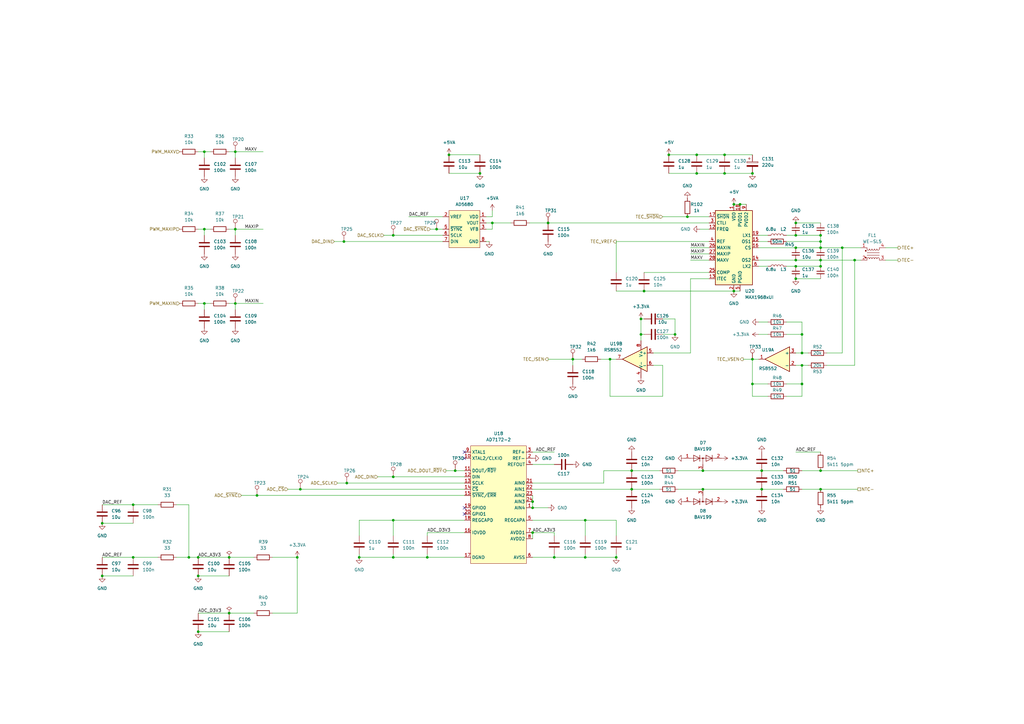
<source format=kicad_sch>
(kicad_sch (version 20211123) (generator eeschema)
  (paper "A3")
  (title_block (title "Kirdy") (date "2022-07-03") (rev "r0.1") (company "M-Labs") (comment 1 "Alex Wong Tat Hang"))
  (junction (at 300.99 119.38))
  (junction (at 141.0669 99.06))
  (junction (at 350.52 106.68))
  (junction (at 297.18 63.5))
  (junction (at 274.32 63.5))
  (junction (at 326.39 106.68))
  (junction (at 201.93 91.44))
  (junction (at 161.29 96.52))
  (junction (at 252.73 228.6))
  (junction (at 96.52 62.23))
  (junction (at 326.39 109.22))
  (junction (at 308.61 147.32))
  (junction (at 161.29 213.36))
  (junction (at 105.41 203.2))
  (junction (at 234.95 147.32))
  (junction (at 83.82 62.23))
  (junction (at 336.55 96.52))
  (junction (at 41.91 214.63))
  (junction (at 81.28 259.08))
  (junction (at 121.92 228.6))
  (junction (at 303.53 83.82))
  (junction (at 218.44 218.44))
  (junction (at 328.93 149.86))
  (junction (at 336.55 193.04))
  (junction (at 218.44 208.28))
  (junction (at 161.29 228.6))
  (junction (at 326.39 101.6))
  (junction (at 147.32 228.6))
  (junction (at 308.61 71.12))
  (junction (at 93.98 251.46))
  (junction (at 336.55 99.06))
  (junction (at 224.79 91.44))
  (junction (at 326.39 96.52))
  (junction (at 123.19 200.66))
  (junction (at 262.89 137.16))
  (junction (at 285.75 71.12))
  (junction (at 300.99 83.82))
  (junction (at 308.61 157.48))
  (junction (at 326.39 114.3))
  (junction (at 250.19 147.32))
  (junction (at 83.82 93.98))
  (junction (at 81.28 228.6))
  (junction (at 83.82 124.46))
  (junction (at 179.07 93.98))
  (junction (at 175.26 228.6))
  (junction (at 259.08 193.04))
  (junction (at 81.28 236.22))
  (junction (at 281.94 88.9))
  (junction (at 93.98 228.6))
  (junction (at 54.61 228.6))
  (junction (at 336.55 109.22))
  (junction (at 218.44 205.74))
  (junction (at 184.15 63.5))
  (junction (at 240.03 228.6))
  (junction (at 345.44 101.6))
  (junction (at 259.08 200.66))
  (junction (at 142.24 198.12))
  (junction (at 336.55 101.6))
  (junction (at 328.93 137.16))
  (junction (at 96.52 93.98))
  (junction (at 227.33 228.6))
  (junction (at 96.52 124.46))
  (junction (at 41.91 236.22))
  (junction (at 312.42 193.04))
  (junction (at 186.69 193.04))
  (junction (at 328.93 157.48))
  (junction (at 288.29 193.04))
  (junction (at 196.85 71.12))
  (junction (at 336.55 200.66))
  (junction (at 262.89 130.81))
  (junction (at 240.03 213.36))
  (junction (at 288.29 200.66))
  (junction (at 328.93 144.78))
  (junction (at 264.16 119.38))
  (junction (at 77.47 228.6))
  (junction (at 161.29 195.58))
  (junction (at 276.86 137.16))
  (junction (at 336.55 106.68))
  (junction (at 285.75 63.5))
  (junction (at 297.18 71.12))
  (junction (at 312.42 200.66))
  (junction (at 54.61 207.01))
  (junction (at 326.39 91.44))
  (no_connect (at 190.5 185.42))
  (no_connect (at 190.5 187.96))
  (no_connect (at 190.5 208.28))
  (no_connect (at 190.5 210.82))
  (wire (pts (xy 274.32 63.5) (xy 285.75 63.5)))
  (wire (pts (xy 328.93 144.78) (xy 331.47 144.78)))
  (wire (pts (xy 218.44 205.74) (xy 218.44 208.28)))
  (wire (pts (xy 218.44 218.44) (xy 227.33 218.44)))
  (wire (pts (xy 224.79 147.32) (xy 234.95 147.32)))
  (wire (pts (xy 311.15 99.06) (xy 314.96 99.06)))
  (wire (pts (xy 308.61 147.32) (xy 311.15 147.32)))
  (wire (pts (xy 304.8 147.32) (xy 308.61 147.32)))
  (wire (pts (xy 41.91 236.22) (xy 54.61 236.22)))
  (wire (pts (xy 252.73 111.76) (xy 252.73 99.06)))
  (wire (pts (xy 105.41 203.2) (xy 190.5 203.2)))
  (wire (pts (xy 41.91 207.01) (xy 54.61 207.01)))
  (wire (pts (xy 311.15 101.6) (xy 326.39 101.6)))
  (wire (pts (xy 328.93 149.86) (xy 331.47 149.86)))
  (wire (pts (xy 154.94 195.58) (xy 161.29 195.58)))
  (wire (pts (xy 175.26 218.44) (xy 190.5 218.44)))
  (wire (pts (xy 252.73 119.38) (xy 264.16 119.38)))
  (wire (pts (xy 252.73 213.36) (xy 252.73 219.71)))
  (wire (pts (xy 259.08 200.66) (xy 270.51 200.66)))
  (wire (pts (xy 147.32 219.71) (xy 147.32 213.36)))
  (wire (pts (xy 336.55 109.22) (xy 326.39 109.22)))
  (wire (pts (xy 111.76 228.6) (xy 121.92 228.6)))
  (wire (pts (xy 93.98 251.46) (xy 104.14 251.46)))
  (wire (pts (xy 311.15 132.08) (xy 314.96 132.08)))
  (wire (pts (xy 142.24 198.12) (xy 190.5 198.12)))
  (wire (pts (xy 326.39 96.52) (xy 322.58 96.52)))
  (wire (pts (xy 259.08 193.04) (xy 270.51 193.04)))
  (wire (pts (xy 199.39 93.98) (xy 201.93 93.98)))
  (wire (pts (xy 326.39 106.68) (xy 336.55 106.68)))
  (wire (pts (xy 297.18 63.5) (xy 308.61 63.5)))
  (wire (pts (xy 250.19 147.32) (xy 252.73 147.32)))
  (wire (pts (xy 285.75 71.12) (xy 297.18 71.12)))
  (wire (pts (xy 179.07 93.98) (xy 181.61 93.98)))
  (wire (pts (xy 312.42 193.04) (xy 321.31 193.04)))
  (wire (pts (xy 264.16 119.38) (xy 300.99 119.38)))
  (wire (pts (xy 141.0669 99.06) (xy 181.61 99.06)))
  (wire (pts (xy 322.58 157.48) (xy 328.93 157.48)))
  (wire (pts (xy 336.55 101.6) (xy 336.55 99.06)))
  (wire (pts (xy 300.99 83.82) (xy 303.53 83.82)))
  (wire (pts (xy 227.33 218.44) (xy 227.33 219.71)))
  (wire (pts (xy 83.82 93.98) (xy 86.36 93.98)))
  (wire (pts (xy 339.09 144.78) (xy 345.44 144.78)))
  (wire (pts (xy 271.78 162.56) (xy 271.78 149.86)))
  (wire (pts (xy 184.15 63.5) (xy 196.85 63.5)))
  (wire (pts (xy 218.44 213.36) (xy 240.03 213.36)))
  (wire (pts (xy 218.44 218.44) (xy 218.44 220.98)))
  (wire (pts (xy 147.32 213.36) (xy 161.29 213.36)))
  (wire (pts (xy 350.52 106.68) (xy 350.52 149.86)))
  (wire (pts (xy 199.39 99.06) (xy 200.66 99.06)))
  (wire (pts (xy 96.52 124.46) (xy 96.52 127)))
  (wire (pts (xy 322.58 99.06) (xy 336.55 99.06)))
  (wire (pts (xy 271.78 88.9) (xy 281.94 88.9)))
  (wire (pts (xy 283.21 101.6) (xy 290.83 101.6)))
  (wire (pts (xy 363.22 101.6) (xy 368.3 101.6)))
  (wire (pts (xy 336.55 101.6) (xy 326.39 101.6)))
  (wire (pts (xy 161.29 96.52) (xy 181.61 96.52)))
  (wire (pts (xy 271.78 149.86) (xy 267.97 149.86)))
  (wire (pts (xy 186.69 193.04) (xy 190.5 193.04)))
  (wire (pts (xy 262.89 137.16) (xy 262.89 139.7)))
  (wire (pts (xy 336.55 99.06) (xy 336.55 96.52)))
  (wire (pts (xy 345.44 101.6) (xy 345.44 144.78)))
  (wire (pts (xy 326.39 144.78) (xy 328.93 144.78)))
  (wire (pts (xy 283.21 144.78) (xy 267.97 144.78)))
  (wire (pts (xy 247.65 198.12) (xy 247.65 193.04)))
  (wire (pts (xy 184.15 71.12) (xy 196.85 71.12)))
  (wire (pts (xy 234.95 149.86) (xy 234.95 147.32)))
  (wire (pts (xy 96.52 124.46) (xy 107.95 124.46)))
  (wire (pts (xy 240.03 213.36) (xy 252.73 213.36)))
  (wire (pts (xy 328.93 193.04) (xy 336.55 193.04)))
  (wire (pts (xy 138.43 198.12) (xy 142.24 198.12)))
  (wire (pts (xy 328.93 200.66) (xy 336.55 200.66)))
  (wire (pts (xy 199.39 88.9) (xy 201.93 88.9)))
  (wire (pts (xy 93.98 93.98) (xy 96.52 93.98)))
  (wire (pts (xy 264.16 130.81) (xy 262.89 130.81)))
  (wire (pts (xy 250.19 162.56) (xy 271.78 162.56)))
  (wire (pts (xy 322.58 132.08) (xy 328.93 132.08)))
  (wire (pts (xy 83.82 62.23) (xy 83.82 64.77)))
  (wire (pts (xy 161.29 227.33) (xy 161.29 228.6)))
  (wire (pts (xy 81.28 259.08) (xy 93.98 259.08)))
  (wire (pts (xy 288.29 200.66) (xy 312.42 200.66)))
  (wire (pts (xy 264.16 111.76) (xy 290.83 111.76)))
  (wire (pts (xy 157.48 96.52) (xy 161.29 96.52)))
  (wire (pts (xy 167.64 88.9) (xy 181.61 88.9)))
  (wire (pts (xy 246.38 147.32) (xy 250.19 147.32)))
  (wire (pts (xy 54.61 228.6) (xy 64.77 228.6)))
  (wire (pts (xy 240.03 227.33) (xy 240.03 228.6)))
  (wire (pts (xy 201.93 88.9) (xy 201.93 86.36)))
  (wire (pts (xy 311.15 106.68) (xy 326.39 106.68)))
  (wire (pts (xy 281.94 88.9) (xy 290.83 88.9)))
  (wire (pts (xy 234.95 147.32) (xy 238.76 147.32)))
  (wire (pts (xy 41.91 228.6) (xy 54.61 228.6)))
  (wire (pts (xy 83.82 124.46) (xy 83.82 127)))
  (wire (pts (xy 328.93 137.16) (xy 328.93 144.78)))
  (wire (pts (xy 175.26 228.6) (xy 190.5 228.6)))
  (wire (pts (xy 93.98 228.6) (xy 104.14 228.6)))
  (wire (pts (xy 218.44 190.5) (xy 227.33 190.5)))
  (wire (pts (xy 218.44 200.66) (xy 259.08 200.66)))
  (wire (pts (xy 278.13 200.66) (xy 288.29 200.66)))
  (wire (pts (xy 96.52 93.98) (xy 96.52 96.52)))
  (wire (pts (xy 311.15 137.16) (xy 314.96 137.16)))
  (wire (pts (xy 326.39 149.86) (xy 328.93 149.86)))
  (wire (pts (xy 308.61 157.48) (xy 308.61 162.56)))
  (wire (pts (xy 54.61 207.01) (xy 64.77 207.01)))
  (wire (pts (xy 72.39 207.01) (xy 77.47 207.01)))
  (wire (pts (xy 336.55 101.6) (xy 345.44 101.6)))
  (wire (pts (xy 326.39 114.3) (xy 336.55 114.3)))
  (wire (pts (xy 77.47 207.01) (xy 77.47 228.6)))
  (wire (pts (xy 218.44 208.28) (xy 224.79 208.28)))
  (wire (pts (xy 247.65 198.12) (xy 218.44 198.12)))
  (wire (pts (xy 252.73 227.33) (xy 252.73 228.6)))
  (wire (pts (xy 199.39 91.44) (xy 201.93 91.44)))
  (wire (pts (xy 328.93 162.56) (xy 328.93 157.48)))
  (wire (pts (xy 111.76 251.46) (xy 121.92 251.46)))
  (wire (pts (xy 83.82 93.98) (xy 83.82 96.52)))
  (wire (pts (xy 93.98 62.23) (xy 96.52 62.23)))
  (wire (pts (xy 224.79 91.44) (xy 290.83 91.44)))
  (wire (pts (xy 287.02 93.98) (xy 290.83 93.98)))
  (wire (pts (xy 322.58 137.16) (xy 328.93 137.16)))
  (wire (pts (xy 81.28 236.22) (xy 93.98 236.22)))
  (wire (pts (xy 118.11 200.66) (xy 123.19 200.66)))
  (wire (pts (xy 276.86 130.81) (xy 276.86 137.16)))
  (wire (pts (xy 201.93 93.98) (xy 201.93 91.44)))
  (wire (pts (xy 218.44 185.42) (xy 227.33 185.42)))
  (wire (pts (xy 322.58 162.56) (xy 328.93 162.56)))
  (wire (pts (xy 328.93 132.08) (xy 328.93 137.16)))
  (wire (pts (xy 41.91 214.63) (xy 54.61 214.63)))
  (wire (pts (xy 176.53 93.98) (xy 179.07 93.98)))
  (wire (pts (xy 81.28 93.98) (xy 83.82 93.98)))
  (wire (pts (xy 182.88 193.04) (xy 186.69 193.04)))
  (wire (pts (xy 81.28 228.6) (xy 93.98 228.6)))
  (wire (pts (xy 96.52 62.23) (xy 107.95 62.23)))
  (wire (pts (xy 175.26 227.33) (xy 175.26 228.6)))
  (wire (pts (xy 218.44 203.2) (xy 218.44 205.74)))
  (wire (pts (xy 77.47 228.6) (xy 81.28 228.6)))
  (wire (pts (xy 326.39 185.42) (xy 336.55 185.42)))
  (wire (pts (xy 121.92 251.46) (xy 121.92 228.6)))
  (wire (pts (xy 271.78 137.16) (xy 276.86 137.16)))
  (wire (pts (xy 311.15 96.52) (xy 314.96 96.52)))
  (wire (pts (xy 283.21 114.3) (xy 290.83 114.3)))
  (wire (pts (xy 96.52 93.98) (xy 107.95 93.98)))
  (wire (pts (xy 336.55 106.68) (xy 350.52 106.68)))
  (wire (pts (xy 81.28 62.23) (xy 83.82 62.23)))
  (wire (pts (xy 240.03 213.36) (xy 240.03 219.71)))
  (wire (pts (xy 264.16 137.16) (xy 262.89 137.16)))
  (wire (pts (xy 336.55 106.68) (xy 336.55 109.22)))
  (wire (pts (xy 217.17 91.44) (xy 224.79 91.44)))
  (wire (pts (xy 312.42 200.66) (xy 321.31 200.66)))
  (wire (pts (xy 274.32 71.12) (xy 285.75 71.12)))
  (wire (pts (xy 262.89 130.81) (xy 262.89 137.16)))
  (wire (pts (xy 250.19 147.32) (xy 250.19 162.56)))
  (wire (pts (xy 336.55 200.66) (xy 351.79 200.66)))
  (wire (pts (xy 285.75 63.5) (xy 297.18 63.5)))
  (wire (pts (xy 123.19 200.66) (xy 190.5 200.66)))
  (wire (pts (xy 288.29 193.04) (xy 312.42 193.04)))
  (wire (pts (xy 81.28 124.46) (xy 83.82 124.46)))
  (wire (pts (xy 303.53 83.82) (xy 306.07 83.82)))
  (wire (pts (xy 83.82 124.46) (xy 86.36 124.46)))
  (wire (pts (xy 350.52 106.68) (xy 353.06 106.68)))
  (wire (pts (xy 278.13 193.04) (xy 288.29 193.04)))
  (wire (pts (xy 283.21 114.3) (xy 283.21 144.78)))
  (wire (pts (xy 81.28 251.46) (xy 93.98 251.46)))
  (wire (pts (xy 326.39 96.52) (xy 336.55 96.52)))
  (wire (pts (xy 96.52 62.23) (xy 96.52 64.77)))
  (wire (pts (xy 345.44 101.6) (xy 353.06 101.6)))
  (wire (pts (xy 252.73 99.06) (xy 290.83 99.06)))
  (wire (pts (xy 363.22 106.68) (xy 368.3 106.68)))
  (wire (pts (xy 328.93 157.48) (xy 328.93 149.86)))
  (wire (pts (xy 314.96 157.48) (xy 308.61 157.48)))
  (wire (pts (xy 93.98 124.46) (xy 96.52 124.46)))
  (wire (pts (xy 227.33 227.33) (xy 227.33 228.6)))
  (wire (pts (xy 218.44 228.6) (xy 227.33 228.6)))
  (wire (pts (xy 300.99 119.38) (xy 303.53 119.38)))
  (wire (pts (xy 137.16 99.06) (xy 141.0669 99.06)))
  (wire (pts (xy 72.39 228.6) (xy 77.47 228.6)))
  (wire (pts (xy 99.06 203.2) (xy 105.41 203.2)))
  (wire (pts (xy 161.29 228.6) (xy 175.26 228.6)))
  (wire (pts (xy 308.61 157.48) (xy 308.61 147.32)))
  (wire (pts (xy 161.29 195.58) (xy 190.5 195.58)))
  (wire (pts (xy 271.78 130.81) (xy 276.86 130.81)))
  (wire (pts (xy 201.93 91.44) (xy 209.55 91.44)))
  (wire (pts (xy 308.61 162.56) (xy 314.96 162.56)))
  (wire (pts (xy 247.65 193.04) (xy 259.08 193.04)))
  (wire (pts (xy 83.82 62.23) (xy 86.36 62.23)))
  (wire (pts (xy 336.55 193.04) (xy 351.79 193.04)))
  (wire (pts (xy 161.29 213.36) (xy 161.29 219.71)))
  (wire (pts (xy 326.39 91.44) (xy 336.55 91.44)))
  (wire (pts (xy 311.15 109.22) (xy 314.96 109.22)))
  (wire (pts (xy 227.33 228.6) (xy 240.03 228.6)))
  (wire (pts (xy 147.32 228.6) (xy 161.29 228.6)))
  (wire (pts (xy 322.58 109.22) (xy 326.39 109.22)))
  (wire (pts (xy 339.09 149.86) (xy 350.52 149.86)))
  (wire (pts (xy 297.18 71.12) (xy 308.61 71.12)))
  (wire (pts (xy 161.29 213.36) (xy 190.5 213.36)))
  (wire (pts (xy 283.21 104.14) (xy 290.83 104.14)))
  (wire (pts (xy 283.21 106.68) (xy 290.83 106.68)))
  (wire (pts (xy 240.03 228.6) (xy 252.73 228.6)))
  (wire (pts (xy 147.32 227.33) (xy 147.32 228.6)))
  (wire (pts (xy 175.26 218.44) (xy 175.26 219.71)))
  (label "DAC_REF" (at 167.64 88.9 0))
  (label "ADC_D3V3" (at 175.26 218.44 0))
  (label "MAXV" (at 100.33 62.23 0))
  (label "MAXIN" (at 100.33 124.46 0))
  (label "ADC_REF" (at 41.91 228.6 0))
  (label "MAXIN" (at 283.21 101.6 0))
  (label "ADC_A3V3" (at 81.28 228.6 0))
  (label "MAXV" (at 283.21 106.68 0))
  (label "DAC_REF" (at 41.91 207.01 0))
  (label "MAXIP" (at 100.33 93.98 0))
  (label "ADC_REF" (at 326.39 185.42 0))
  (label "ADC_D3V3" (at 81.28 251.46 0))
  (label "ADC_REF" (at 219.71 185.42 0))
  (label "ADC_A3V3" (at 218.44 218.44 0))
  (label "MAXIP" (at 283.21 104.14 0))
  (hierarchical_label "ADC_DOUT_~{RDY}" (shape output) (at 182.88 193.04 180))
  (hierarchical_label "TEC+" (shape output) (at 368.3 101.6 0))
  (hierarchical_label "PWM_MAXIP" (shape input) (at 73.66 93.98 180))
  (hierarchical_label "DAC_DIN" (shape input) (at 137.16 99.06 180))
  (hierarchical_label "PWM_MAXIN" (shape input) (at 73.66 124.46 180))
  (hierarchical_label "TEC_VREF" (shape output) (at 252.73 99.06 180))
  (hierarchical_label "TEC_~{SHDN}" (shape input) (at 271.78 88.9 180))
  (hierarchical_label "DAC_SCLK" (shape input) (at 157.48 96.52 180))
  (hierarchical_label "TEC_ISEN" (shape output) (at 224.79 147.32 180))
  (hierarchical_label "ADC_~{CS}" (shape input) (at 118.11 200.66 180))
  (hierarchical_label "NTC-" (shape passive) (at 351.79 200.66 0))
  (hierarchical_label "ADC_DIN" (shape input) (at 154.94 195.58 180))
  (hierarchical_label "NTC+" (shape passive) (at 351.79 193.04 0))
  (hierarchical_label "TEC-" (shape output) (at 368.3 106.68 0))
  (hierarchical_label "PWM_MAXV" (shape input) (at 73.66 62.23 180))
  (hierarchical_label "ADC_SCLK" (shape input) (at 138.43 198.12 180))
  (hierarchical_label "TEC_VSEN" (shape output) (at 304.8 147.32 180))
  (hierarchical_label "ADC_~{SYNC}" (shape input) (at 99.06 203.2 180))
  (hierarchical_label "DAC_~{SYNC}" (shape input) (at 176.53 93.98 180))
  (symbol (lib_id "power:GND") (at 81.28 236.22 0) (unit 1)
    (property "Reference" "#PWR084" (effects hide))
    (property "Value" "GND" (at 81.28 241.3 0))
  )
  (symbol (lib_id "Device:C") (at 240.03 223.52 0) (unit 1)
    (property "Reference" "C119" (at 243.84 222.2499 0) (effects (justify left)))
    (property "Value" "100n" (at 243.84 224.7899 0) (effects (justify left)))
    (property "Footprint" "Capacitor_SMD:C_0603_1608Metric" (effects hide))
    (property "MFR_PN" "CL10B104KB8NNWC" (effects hide))
    (property "MFR_PN_ALT" "CL10B104KB8NNNL" (effects hide))
  )
  (symbol (lib_id "Device:C") (at 175.26 223.52 0) (unit 1)
    (property "Reference" "C112" (at 179.07 222.2499 0) (effects (justify left)))
    (property "Value" "100n" (at 179.07 224.7899 0) (effects (justify left)))
    (property "Footprint" "Capacitor_SMD:C_0603_1608Metric" (effects hide))
    (property "MFR_PN" "CL10B104KB8NNWC" (effects hide))
    (property "MFR_PN_ALT" "CL10B104KB8NNNL" (effects hide))
  )
  (symbol (lib_id "kirdy:AD5680") (at 190.5 101.6 0) (unit 1)
    (property "Reference" "U17" (at 190.5 81.28 0))
    (property "Value" "AD5680" (at 190.5 83.82 0))
    (property "Footprint" "Package_TO_SOT_SMD:SOT-23-8" (effects hide))
    (property "Datasheet" "https://www.analog.com/media/en/technical-documentation/data-sheets/ad5680.pdf" (effects hide))
    (property "MFR_PN" "AD5680BRJZ" (effects hide))
  )
  (symbol (lib_id "power:GND") (at 41.91 236.22 0) (unit 1)
    (property "Reference" "#PWR083" (effects hide))
    (property "Value" "GND" (at 41.91 241.3 0))
  )
  (symbol (lib_id "power:GND") (at 200.66 99.06 0) (unit 1)
    (property "Reference" "#PWR096" (effects hide))
    (property "Value" "GND" (at 200.66 104.14 0))
  )
  (symbol (lib_id "Connector:TestPoint") (at 96.52 124.46 0) (unit 1)
    (property "Reference" "TP22" (at 95.25 119.38 0) (effects (justify left)))
    (property "Value" "TestPoint" (effects hide))
    (property "Footprint" "TestPoint:TestPoint_Pad_2.0x2.0mm" (effects hide))
  )
  (symbol (lib_id "Device:C") (at 81.28 255.27 0) (unit 1)
    (property "Reference" "C101" (at 85.09 253.9999 0) (effects (justify left)))
    (property "Value" "10u" (at 85.09 256.5399 0) (effects (justify left)))
    (property "Footprint" "Capacitor_SMD:C_0805_2012Metric" (effects hide))
    (property "MFR_PN" "CL21B106KOQNNNG" (effects hide))
    (property "MFR_PN_ALT" "CL21B106KOQNNNE" (effects hide))
  )
  (symbol (lib_id "Device:R") (at 318.77 99.06 90) (unit 1)
    (property "Reference" "R45" (at 323.85 100.33 90))
    (property "Value" "50m" (at 318.77 99.06 90))
    (property "Footprint" "Resistor_SMD:R_2010_5025Metric" (effects hide))
    (property "MFR_PN" "WSL2010R5000FEA18" (effects hide))
    (property "MFR_PN_ALT" "WSLT2010R5000FEA18" (effects hide))
  )
  (symbol (lib_id "Device:C") (at 252.73 223.52 0) (unit 1)
    (property "Reference" "C121" (at 256.54 222.2499 0) (effects (justify left)))
    (property "Value" "1u" (at 256.54 224.7899 0) (effects (justify left)))
    (property "Footprint" "Capacitor_SMD:C_0603_1608Metric" (effects hide))
    (property "MFR_PN" "CL10B105KA8NNNC" (effects hide))
    (property "MFR_PN_ALT" "CGA3E1X7R1E105K080AC" (effects hide))
  )
  (symbol (lib_id "power:+3.3VA") (at 121.92 228.6 0) (unit 1)
    (property "Reference" "#PWR092" (effects hide))
    (property "Value" "+3.3VA" (at 121.92 223.52 0))
  )
  (symbol (lib_id "power:+5V") (at 274.32 63.5 0) (unit 1)
    (property "Reference" "#PWR0108" (effects hide))
    (property "Value" "+5V" (at 274.32 58.42 0))
  )
  (symbol (lib_id "Connector:TestPoint") (at 123.19 200.66 0) (unit 1)
    (property "Reference" "TP24" (at 121.92 195.58 0) (effects (justify left)))
    (property "Value" "TestPoint" (effects hide))
    (property "Footprint" "TestPoint:TestPoint_Pad_2.0x2.0mm" (effects hide))
  )
  (symbol (lib_id "Device:R") (at 107.95 251.46 90) (unit 1)
    (property "Reference" "R40" (at 107.95 245.11 90))
    (property "Value" "33" (at 107.95 247.65 90))
    (property "Footprint" "Resistor_SMD:R_0603_1608Metric" (effects hide))
    (property "MFR_PN" "RC0603FR-0733RL" (effects hide))
    (property "MFR_PN_ALT" "CRGCQ0603F33R" (effects hide))
  )
  (symbol (lib_id "Connector:TestPoint") (at 224.79 91.44 0) (unit 1)
    (property "Reference" "TP31" (at 223.52 86.36 0) (effects (justify left)))
    (property "Value" "TestPoint" (effects hide))
    (property "Footprint" "TestPoint:TestPoint_Pad_2.0x2.0mm" (effects hide))
  )
  (symbol (lib_id "Device:R") (at 318.77 132.08 90) (unit 1)
    (property "Reference" "R46" (at 318.77 129.54 90))
    (property "Value" "10k" (at 318.77 132.08 90))
    (property "Footprint" "Resistor_SMD:R_0603_1608Metric" (effects hide))
    (property "MFR_PN" "RNCP0603FTD10K0" (effects hide))
    (property "MFR_PN_ALT" "RMCF0603FT10K0" (effects hide))
  )
  (symbol (lib_id "power:GND") (at 83.82 104.14 0) (unit 1)
    (property "Reference" "#PWR087" (effects hide))
    (property "Value" "GND" (at 83.82 109.22 0))
  )
  (symbol (lib_id "Device:R") (at 90.17 62.23 90) (unit 1)
    (property "Reference" "R36" (at 90.17 55.88 90))
    (property "Value" "10k" (at 90.17 58.42 90))
    (property "Footprint" "Resistor_SMD:R_0603_1608Metric" (effects hide))
    (property "MFR_PN" "RNCP0603FTD10K0" (effects hide))
    (property "MFR_PN_ALT" "RMCF0603FT10K0" (effects hide))
  )
  (symbol (lib_id "Device:R") (at 274.32 193.04 90) (unit 1)
    (property "Reference" "R43" (at 274.32 195.58 90))
    (property "Value" "51" (at 274.32 193.04 90))
    (property "Footprint" "Resistor_SMD:R_0603_1608Metric" (effects hide))
    (property "MFR_PN" "ESR03EZPF51R0" (effects hide))
    (property "MFR_PN_ALT" "RMCF0603FT51R0" (effects hide))
  )
  (symbol (lib_id "kirdy:RS8552") (at 260.35 147.32 0) (mirror y) (unit 3)
    (property "Reference" "U19" (effects hide))
    (property "Value" "RS8552" (effects hide))
    (property "Footprint" "Package_SO:SOIC-8_3.9x4.9mm_P1.27mm" (effects hide))
    (property "Datasheet" "https://datasheet.lcsc.com/lcsc/2010160333_Jiangsu-RUNIC-Tech-RS8554XP_C236997.pdf" (effects hide))
    (property "MFR_PN" "RS8552XK" (effects hide))
  )
  (symbol (lib_id "power:GND") (at 308.61 71.12 0) (unit 1)
    (property "Reference" "#PWR0117" (effects hide))
    (property "Value" "GND" (at 308.61 76.2 0))
  )
  (symbol (lib_id "Device:R") (at 325.12 193.04 90) (unit 1)
    (property "Reference" "R50" (at 325.12 195.58 90))
    (property "Value" "51" (at 325.12 193.04 90))
    (property "Footprint" "Resistor_SMD:R_0603_1608Metric" (effects hide))
    (property "MFR_PN" "ESR03EZPF51R0" (effects hide))
    (property "MFR_PN_ALT" "RMCF0603FT51R0" (effects hide))
  )
  (symbol (lib_id "power:GND") (at 311.15 132.08 270) (unit 1)
    (property "Reference" "#PWR0118" (effects hide))
    (property "Value" "GND" (at 307.34 132.0799 90) (effects (justify right)))
  )
  (symbol (lib_id "Device:R") (at 274.32 200.66 90) (unit 1)
    (property "Reference" "R44" (at 274.32 198.12 90))
    (property "Value" "51" (at 274.32 200.66 90))
    (property "Footprint" "Resistor_SMD:R_0603_1608Metric" (effects hide))
    (property "MFR_PN" "ESR03EZPF51R0" (effects hide))
    (property "MFR_PN_ALT" "RMCF0603FT51R0" (effects hide))
  )
  (symbol (lib_id "kirdy:AD7172-2") (at 204.47 209.55 0) (mirror y) (unit 1)
    (property "Reference" "U18" (at 204.47 177.8 0))
    (property "Value" "AD7172-2" (at 204.47 180.34 0))
    (property "Footprint" "Package_SO:TSSOP-24_4.4x7.8mm_P0.65mm" (effects hide))
    (property "Datasheet" "https://www.analog.com/media/en/technical-documentation/data-sheets/ad7172-2.pdf" (effects hide))
    (property "MFR_PN" "AD7172-2BRUZ" (effects hide))
  )
  (symbol (lib_id "Device:C") (at 93.98 232.41 0) (unit 1)
    (property "Reference" "C105" (at 97.79 231.1399 0) (effects (justify left)))
    (property "Value" "100n" (at 97.79 233.6799 0) (effects (justify left)))
    (property "Footprint" "Capacitor_SMD:C_0603_1608Metric" (effects hide))
    (property "MFR_PN" "CL10B104KB8NNWC" (effects hide))
    (property "MFR_PN_ALT" "CL10B104KB8NNNL" (effects hide))
  )
  (symbol (lib_id "power:GND") (at 83.82 134.62 0) (unit 1)
    (property "Reference" "#PWR088" (effects hide))
    (property "Value" "GND" (at 83.82 139.7 0))
  )
  (symbol (lib_id "Device:L") (at 318.77 109.22 90) (unit 1)
    (property "Reference" "L3" (at 321.31 110.49 90))
    (property "Value" "6.8u" (at 316.23 110.49 90))
    (property "Footprint" "Inductor_SMD:L_Wuerth_MAPI-4030" (effects hide))
    (property "MFR_PN" "74438357068" (effects hide))
  )
  (symbol (lib_id "power:GND") (at 234.95 190.5 90) (unit 1)
    (property "Reference" "#PWR0102" (effects hide))
    (property "Value" "GND" (at 238.76 190.4999 90) (effects (justify right)))
  )
  (symbol (lib_id "Device:R") (at 77.47 93.98 90) (unit 1)
    (property "Reference" "R34" (at 77.47 87.63 90))
    (property "Value" "10k" (at 77.47 90.17 90))
    (property "Footprint" "Resistor_SMD:R_0603_1608Metric" (effects hide))
    (property "MFR_PN" "RNCP0603FTD10K0" (effects hide))
    (property "MFR_PN_ALT" "RMCF0603FT10K0" (effects hide))
  )
  (symbol (lib_id "Device:R") (at 325.12 200.66 90) (unit 1)
    (property "Reference" "R51" (at 325.12 198.12 90))
    (property "Value" "51" (at 325.12 200.66 90))
    (property "Footprint" "Resistor_SMD:R_0603_1608Metric" (effects hide))
    (property "MFR_PN" "ESR03EZPF51R0" (effects hide))
    (property "MFR_PN_ALT" "RMCF0603FT51R0" (effects hide))
  )
  (symbol (lib_id "Device:C") (at 41.91 232.41 0) (unit 1)
    (property "Reference" "C97" (at 45.72 231.1399 0) (effects (justify left)))
    (property "Value" "10u" (at 45.72 233.6799 0) (effects (justify left)))
    (property "Footprint" "Capacitor_SMD:C_0805_2012Metric" (effects hide))
    (property "MFR_PN" "CL21B106KOQNNNG" (effects hide))
    (property "MFR_PN_ALT" "CL21B106KOQNNNE" (effects hide))
  )
  (symbol (lib_id "Device:C") (at 259.08 196.85 0) (unit 1)
    (property "Reference" "C123" (at 262.89 195.5799 0) (effects (justify left)))
    (property "Value" "100n" (at 262.89 198.1199 0) (effects (justify left)))
    (property "Footprint" "Capacitor_SMD:C_0603_1608Metric" (effects hide))
    (property "MFR_PN" "CL10B104KB8NNWC" (effects hide))
    (property "MFR_PN_ALT" "CL10B104KB8NNNL" (effects hide))
  )
  (symbol (lib_id "power:GND") (at 96.52 72.39 0) (unit 1)
    (property "Reference" "#PWR089" (effects hide))
    (property "Value" "GND" (at 96.52 77.47 0))
  )
  (symbol (lib_id "Device:C") (at 297.18 67.31 0) (unit 1)
    (property "Reference" "C130" (at 300.99 66.0399 0) (effects (justify left)))
    (property "Value" "1u" (at 300.99 68.5799 0) (effects (justify left)))
    (property "Footprint" "Capacitor_SMD:C_0603_1608Metric" (effects hide))
    (property "MFR_PN" "CL10B105KA8NNNC" (effects hide))
    (property "MFR_PN_ALT" "CGA3E1X7R1E105K080AC" (effects hide))
  )
  (symbol (lib_id "Device:C") (at 285.75 67.31 0) (unit 1)
    (property "Reference" "C129" (at 289.56 66.0399 0) (effects (justify left)))
    (property "Value" "1u" (at 289.56 68.5799 0) (effects (justify left)))
    (property "Footprint" "Capacitor_SMD:C_0603_1608Metric" (effects hide))
    (property "MFR_PN" "CL10B105KA8NNNC" (effects hide))
    (property "MFR_PN_ALT" "CGA3E1X7R1E105K080AC" (effects hide))
  )
  (symbol (lib_id "Device:C") (at 41.91 210.82 0) (unit 1)
    (property "Reference" "C96" (at 45.72 209.5499 0) (effects (justify left)))
    (property "Value" "10u" (at 45.72 212.0899 0) (effects (justify left)))
    (property "Footprint" "Capacitor_SMD:C_0805_2012Metric" (effects hide))
    (property "MFR_PN" "CL21B106KOQNNNG" (effects hide))
    (property "MFR_PN_ALT" "CL21B106KOQNNNE" (effects hide))
  )
  (symbol (lib_id "Device:C") (at 267.97 137.16 90) (unit 1)
    (property "Reference" "C127" (at 271.78 135.89 90))
    (property "Value" "100n" (at 271.78 138.43 90))
    (property "Footprint" "Capacitor_SMD:C_0603_1608Metric" (effects hide))
    (property "MFR_PN" "CL10B104KB8NNWC" (effects hide))
    (property "MFR_PN_ALT" "CL10B104KB8NNNL" (effects hide))
  )
  (symbol (lib_id "Device:C_Small") (at 326.39 104.14 0) (unit 1)
    (property "Reference" "C136" (at 328.93 102.8762 0) (effects (justify left)))
    (property "Value" "10u" (at 328.93 105.4162 0) (effects (justify left)))
    (property "Footprint" "Capacitor_SMD:C_0805_2012Metric" (effects hide))
    (property "MFR_PN" "CL21B106KOQNNNG" (effects hide))
    (property "MFR_PN_ALT" "CL21B106KOQNNNE" (effects hide))
  )
  (symbol (lib_id "power:GND") (at 224.79 208.28 90) (unit 1)
    (property "Reference" "#PWR0100" (effects hide))
    (property "Value" "GND" (at 228.6 208.2799 90) (effects (justify right)))
  )
  (symbol (lib_id "Device:C") (at 96.52 130.81 0) (unit 1)
    (property "Reference" "C109" (at 100.33 129.5399 0) (effects (justify left)))
    (property "Value" "100n" (at 100.33 132.0799 0) (effects (justify left)))
    (property "Footprint" "Capacitor_SMD:C_0603_1608Metric" (effects hide))
    (property "MFR_PN" "CL10B104KB8NNWC" (effects hide))
    (property "MFR_PN_ALT" "CL10B104KB8NNNL" (effects hide))
  )
  (symbol (lib_id "Device:R") (at 242.57 147.32 90) (unit 1)
    (property "Reference" "R42" (at 242.57 140.97 90))
    (property "Value" "1k6" (at 242.57 143.51 90))
    (property "Footprint" "Resistor_SMD:R_0603_1608Metric" (effects hide))
    (property "MFR_PN" "RT0603FRE071K6L" (effects hide))
    (property "MFR_PN_ALT" "RMCF0603FT1K60" (effects hide))
  )
  (symbol (lib_id "Device:R") (at 90.17 93.98 90) (unit 1)
    (property "Reference" "R37" (at 90.17 87.63 90))
    (property "Value" "10k" (at 90.17 90.17 90))
    (property "Footprint" "Resistor_SMD:R_0603_1608Metric" (effects hide))
    (property "MFR_PN" "RNCP0603FTD10K0" (effects hide))
    (property "MFR_PN_ALT" "RMCF0603FT10K0" (effects hide))
  )
  (symbol (lib_id "Device:R") (at 336.55 189.23 0) (unit 1)
    (property "Reference" "R54" (at 339.09 187.9599 0) (effects (justify left)))
    (property "Value" "5k11 5ppm" (at 339.09 190.4999 0) (effects (justify left)))
    (property "Footprint" "Resistor_SMD:R_0603_1608Metric" (effects hide))
    (property "MFR_PN" "RN73H1JTTD5111A05" (effects hide))
    (property "MFR_PN_ALT" "TNPU06035K11BZEN00" (effects hide))
  )
  (symbol (lib_id "power:GND") (at 224.79 99.06 0) (unit 1)
    (property "Reference" "#PWR099" (effects hide))
    (property "Value" "GND" (at 224.79 104.14 0))
  )
  (symbol (lib_id "power:GND") (at 281.94 81.28 180) (unit 1)
    (property "Reference" "#PWR0166" (effects hide))
    (property "Value" "GND" (at 281.94 76.2 0))
  )
  (symbol (lib_id "Device:C") (at 312.42 204.47 0) (unit 1)
    (property "Reference" "C134" (at 316.23 203.1999 0) (effects (justify left)))
    (property "Value" "10n" (at 316.23 205.7399 0) (effects (justify left)))
    (property "Footprint" "Capacitor_SMD:C_0603_1608Metric" (effects hide))
    (property "MFR_PN" "0603B103K500CT" (effects hide))
    (property "MFR_PN_ALT" "CL10B103KB8NNNC" (effects hide))
  )
  (symbol (lib_id "Device:C") (at 252.73 115.57 0) (unit 1)
    (property "Reference" "C120" (at 256.54 114.2999 0) (effects (justify left)))
    (property "Value" "1u" (at 256.54 116.8399 0) (effects (justify left)))
    (property "Footprint" "Capacitor_SMD:C_0603_1608Metric" (effects hide))
    (property "MFR_PN" "CL10B105KA8NNNC" (effects hide))
    (property "MFR_PN_ALT" "CGA3E1X7R1E105K080AC" (effects hide))
  )
  (symbol (lib_id "Device:C") (at 274.32 67.31 0) (unit 1)
    (property "Reference" "C128" (at 278.13 66.0399 0) (effects (justify left)))
    (property "Value" "1u" (at 278.13 68.5799 0) (effects (justify left)))
    (property "Footprint" "Capacitor_SMD:C_0603_1608Metric" (effects hide))
    (property "MFR_PN" "CL10B105KA8NNNC" (effects hide))
    (property "MFR_PN_ALT" "CGA3E1X7R1E105K080AC" (effects hide))
  )
  (symbol (lib_id "Device:C_Small") (at 326.39 111.76 0) (unit 1)
    (property "Reference" "C137" (at 328.93 110.4962 0) (effects (justify left)))
    (property "Value" "1u" (at 328.93 113.0362 0) (effects (justify left)))
    (property "Footprint" "Capacitor_SMD:C_0603_1608Metric" (effects hide))
    (property "MFR_PN" "CL10B105KA8NNNC" (effects hide))
    (property "MFR_PN_ALT" "CGA3E1X7R1E105K080AC" (effects hide))
  )
  (symbol (lib_id "Device:C") (at 184.15 67.31 0) (unit 1)
    (property "Reference" "C113" (at 187.96 66.0399 0) (effects (justify left)))
    (property "Value" "10u" (at 187.96 68.5799 0) (effects (justify left)))
    (property "Footprint" "Capacitor_SMD:C_0805_2012Metric" (effects hide))
    (property "MFR_PN" "CL21B106KOQNNNG" (effects hide))
    (property "MFR_PN_ALT" "CL21B106KOQNNNE" (effects hide))
  )
  (symbol (lib_id "power:GND") (at 252.73 228.6 0) (unit 1)
    (property "Reference" "#PWR0103" (effects hide))
    (property "Value" "GND" (at 252.73 233.68 0))
  )
  (symbol (lib_id "power:GND") (at 83.82 72.39 0) (unit 1)
    (property "Reference" "#PWR086" (effects hide))
    (property "Value" "GND" (at 83.82 77.47 0))
  )
  (symbol (lib_id "power:GND") (at 196.85 71.12 0) (unit 1)
    (property "Reference" "#PWR095" (effects hide))
    (property "Value" "GND" (at 196.85 76.2 0))
  )
  (symbol (lib_id "Device:R") (at 77.47 62.23 90) (unit 1)
    (property "Reference" "R33" (at 77.47 55.88 90))
    (property "Value" "10k" (at 77.47 58.42 90))
    (property "Footprint" "Resistor_SMD:R_0603_1608Metric" (effects hide))
    (property "MFR_PN" "RNCP0603FTD10K0" (effects hide))
    (property "MFR_PN_ALT" "RMCF0603FT10K0" (effects hide))
  )
  (symbol (lib_id "Device:C") (at 147.32 223.52 0) (unit 1)
    (property "Reference" "C110" (at 151.13 222.2499 0) (effects (justify left)))
    (property "Value" "1u" (at 151.13 224.7899 0) (effects (justify left)))
    (property "Footprint" "Capacitor_SMD:C_0603_1608Metric" (effects hide))
    (property "MFR_PN" "CL10B105KA8NNNC" (effects hide))
    (property "MFR_PN_ALT" "CGA3E1X7R1E105K080AC" (effects hide))
  )
  (symbol (lib_id "Device:R") (at 213.36 91.44 90) (unit 1)
    (property "Reference" "R41" (at 213.36 85.09 90))
    (property "Value" "1k6" (at 213.36 87.63 90))
    (property "Footprint" "Resistor_SMD:R_0603_1608Metric" (effects hide))
    (property "MFR_PN" "RT0603FRE071K6L" (effects hide))
    (property "MFR_PN_ALT" "RMCF0603FT1K60" (effects hide))
  )
  (symbol (lib_id "power:GND") (at 280.67 187.96 270) (unit 1)
    (property "Reference" "#PWR0110" (effects hide))
    (property "Value" "GND" (at 276.86 187.9599 90) (effects (justify right)))
  )
  (symbol (lib_id "Device:R") (at 68.58 207.01 90) (unit 1)
    (property "Reference" "R31" (at 68.58 200.66 90))
    (property "Value" "33" (at 68.58 203.2 90))
    (property "Footprint" "Resistor_SMD:R_0603_1608Metric" (effects hide))
    (property "MFR_PN" "RC0603FR-0733RL" (effects hide))
    (property "MFR_PN_ALT" "CRGCQ0603F33R" (effects hide))
  )
  (symbol (lib_id "Connector:TestPoint") (at 234.95 147.32 0) (unit 1)
    (property "Reference" "TP32" (at 233.68 142.24 0) (effects (justify left)))
    (property "Value" "TestPoint" (effects hide))
    (property "Footprint" "TestPoint:TestPoint_Pad_2.0x2.0mm" (effects hide))
  )
  (symbol (lib_id "Device:C") (at 96.52 68.58 0) (unit 1)
    (property "Reference" "C107" (at 100.33 67.3099 0) (effects (justify left)))
    (property "Value" "100n" (at 100.33 69.8499 0) (effects (justify left)))
    (property "Footprint" "Capacitor_SMD:C_0603_1608Metric" (effects hide))
    (property "MFR_PN" "CL10B104KB8NNWC" (effects hide))
    (property "MFR_PN_ALT" "CL10B104KB8NNNL" (effects hide))
  )
  (symbol (lib_id "Device:R") (at 336.55 204.47 0) (unit 1)
    (property "Reference" "R55" (at 339.09 203.1999 0) (effects (justify left)))
    (property "Value" "5k11 5ppm" (at 339.09 205.7399 0) (effects (justify left)))
    (property "Footprint" "Resistor_SMD:R_0603_1608Metric" (effects hide))
    (property "MFR_PN" "RN73H1JTTD5111A05" (effects hide))
    (property "MFR_PN_ALT" "TNPU06035K11BZEN00" (effects hide))
  )
  (symbol (lib_id "Device:C") (at 81.28 232.41 0) (unit 1)
    (property "Reference" "C100" (at 85.09 231.1399 0) (effects (justify left)))
    (property "Value" "10u" (at 85.09 233.6799 0) (effects (justify left)))
    (property "Footprint" "Capacitor_SMD:C_0805_2012Metric" (effects hide))
    (property "MFR_PN" "CL21B106KOQNNNG" (effects hide))
    (property "MFR_PN_ALT" "CL21B106KOQNNNE" (effects hide))
  )
  (symbol (lib_id "Device:C") (at 196.85 67.31 0) (unit 1)
    (property "Reference" "C114" (at 200.66 66.0399 0) (effects (justify left)))
    (property "Value" "100n" (at 200.66 68.5799 0) (effects (justify left)))
    (property "Footprint" "Capacitor_SMD:C_0603_1608Metric" (effects hide))
    (property "MFR_PN" "CL10B104KB8NNWC" (effects hide))
    (property "MFR_PN_ALT" "CL10B104KB8NNNL" (effects hide))
  )
  (symbol (lib_id "power:+3.3VA") (at 262.89 130.81 0) (unit 1)
    (property "Reference" "#PWR0106" (effects hide))
    (property "Value" "+3.3VA" (at 262.89 125.73 0))
  )
  (symbol (lib_id "power:GND") (at 234.95 157.48 0) (unit 1)
    (property "Reference" "#PWR0101" (effects hide))
    (property "Value" "GND" (at 234.95 162.56 0))
  )
  (symbol (lib_id "Device:C_Small") (at 326.39 93.98 0) (unit 1)
    (property "Reference" "C135" (at 328.93 92.7162 0) (effects (justify left)))
    (property "Value" "1u" (at 328.93 95.2562 0) (effects (justify left)))
    (property "Footprint" "Capacitor_SMD:C_0603_1608Metric" (effects hide))
    (property "MFR_PN" "CL10B105KA8NNNC" (effects hide))
    (property "MFR_PN_ALT" "CGA3E1X7R1E105K080AC" (effects hide))
  )
  (symbol (lib_id "Device:C") (at 83.82 68.58 0) (unit 1)
    (property "Reference" "C102" (at 87.63 67.3099 0) (effects (justify left)))
    (property "Value" "100n" (at 87.63 69.8499 0) (effects (justify left)))
    (property "Footprint" "Capacitor_SMD:C_0603_1608Metric" (effects hide))
    (property "MFR_PN" "CL10B104KB8NNWC" (effects hide))
    (property "MFR_PN_ALT" "CL10B104KB8NNNL" (effects hide))
  )
  (symbol (lib_id "Device:L") (at 318.77 96.52 90) (unit 1)
    (property "Reference" "L2" (at 321.31 93.98 90))
    (property "Value" "6.8u" (at 316.23 93.98 90))
    (property "Footprint" "Inductor_SMD:L_Wuerth_MAPI-4030" (effects hide))
    (property "MFR_PN" "74438357068" (effects hide))
  )
  (symbol (lib_id "Device:C") (at 234.95 153.67 0) (unit 1)
    (property "Reference" "C118" (at 238.76 152.3999 0) (effects (justify left)))
    (property "Value" "100n" (at 238.76 154.9399 0) (effects (justify left)))
    (property "Footprint" "Capacitor_SMD:C_0603_1608Metric" (effects hide))
    (property "MFR_PN" "CL10B104KB8NNWC" (effects hide))
    (property "MFR_PN_ALT" "CL10B104KB8NNNL" (effects hide))
  )
  (symbol (lib_id "Device:C") (at 83.82 100.33 0) (unit 1)
    (property "Reference" "C103" (at 87.63 99.0599 0) (effects (justify left)))
    (property "Value" "100n" (at 87.63 101.5999 0) (effects (justify left)))
    (property "Footprint" "Capacitor_SMD:C_0603_1608Metric" (effects hide))
    (property "MFR_PN" "CL10B104KB8NNWC" (effects hide))
    (property "MFR_PN_ALT" "CL10B104KB8NNNL" (effects hide))
  )
  (symbol (lib_id "Diode:BAV99") (at 288.29 205.74 0) (mirror x) (unit 1)
    (property "Reference" "D8" (at 288.29 209.55 0))
    (property "Value" "BAV199" (at 288.29 212.09 0))
    (property "Footprint" "Package_TO_SOT_SMD:SOT-23" (effects hide))
    (property "Datasheet" "https://assets.nexperia.com/documents/data-sheet/BAV99_SER.pdf" (effects hide))
    (property "MFR_PN" "BAV199W-7" (effects hide))
    (property "MFR_PN_ALT" "BAV199E6327HTSA1" (effects hide))
  )
  (symbol (lib_id "Device:R") (at 335.28 144.78 90) (unit 1)
    (property "Reference" "R52" (at 335.28 142.24 90))
    (property "Value" "20k" (at 335.28 144.78 90))
    (property "Footprint" "Resistor_SMD:R_0603_1608Metric" (effects hide))
    (property "MFR_PN" "RMCF0603FT20K0" (effects hide))
    (property "MFR_PN_ALT" "RC0603FR-0720KL" (effects hide))
  )
  (symbol (lib_id "Connector:TestPoint") (at 141.0669 99.06 0) (unit 1)
    (property "Reference" "TP25" (at 139.7969 93.98 0) (effects (justify left)))
    (property "Value" "TestPoint" (effects hide))
    (property "Footprint" "TestPoint:TestPoint_Pad_2.0x2.0mm" (effects hide))
  )
  (symbol (lib_id "Connector:TestPoint") (at 96.52 93.98 0) (unit 1)
    (property "Reference" "TP21" (at 95.25 88.9 0) (effects (justify left)))
    (property "Value" "TestPoint" (effects hide))
    (property "Footprint" "TestPoint:TestPoint_Pad_2.0x2.0mm" (effects hide))
  )
  (symbol (lib_id "power:+5V") (at 300.99 83.82 0) (unit 1)
    (property "Reference" "#PWR0115" (effects hide))
    (property "Value" "+5V" (at 300.99 78.74 0))
  )
  (symbol (lib_id "Device:C") (at 93.98 255.27 0) (unit 1)
    (property "Reference" "C106" (at 97.79 253.9999 0) (effects (justify left)))
    (property "Value" "100n" (at 97.79 256.5399 0) (effects (justify left)))
    (property "Footprint" "Capacitor_SMD:C_0603_1608Metric" (effects hide))
    (property "MFR_PN" "CL10B104KB8NNWC" (effects hide))
    (property "MFR_PN_ALT" "CL10B104KB8NNNL" (effects hide))
  )
  (symbol (lib_id "power:GND") (at 218.44 187.96 90) (unit 1)
    (property "Reference" "#PWR098" (effects hide))
    (property "Value" "GND" (at 222.25 187.9599 90) (effects (justify right)))
  )
  (symbol (lib_id "power:+3.3VA") (at 311.15 137.16 90) (unit 1)
    (property "Reference" "#PWR0119" (effects hide))
    (property "Value" "+3.3VA" (at 307.34 137.1599 90) (effects (justify left)))
  )
  (symbol (lib_id "Device:C") (at 312.42 196.85 0) (unit 1)
    (property "Reference" "C133" (at 316.23 195.5799 0) (effects (justify left)))
    (property "Value" "100n" (at 316.23 198.1199 0) (effects (justify left)))
    (property "Footprint" "Capacitor_SMD:C_0603_1608Metric" (effects hide))
    (property "MFR_PN" "CL10B104KB8NNWC" (effects hide))
    (property "MFR_PN_ALT" "CL10B104KB8NNNL" (effects hide))
  )
  (symbol (lib_id "power:GND") (at 259.08 208.28 0) (unit 1)
    (property "Reference" "#PWR0105" (effects hide))
    (property "Value" "GND" (at 259.08 213.36 0))
  )
  (symbol (lib_id "Connector:TestPoint") (at 179.07 93.98 0) (unit 1)
    (property "Reference" "TP29" (at 173.99 91.44 0) (effects (justify left)))
    (property "Value" "TestPoint" (effects hide))
    (property "Footprint" "TestPoint:TestPoint_Pad_2.0x2.0mm" (effects hide))
  )
  (symbol (lib_id "Device:R") (at 281.94 85.09 180) (unit 1)
    (property "Reference" "R102" (at 285.75 83.82 0))
    (property "Value" "1k" (at 285.75 86.36 0))
    (property "Footprint" "Resistor_SMD:R_0603_1608Metric" (effects hide))
    (property "MFR_PN" "RNCP0603FTD1K00" (effects hide))
    (property "MFR_PN_ALT" "WR06X1001FTL" (effects hide))
  )
  (symbol (lib_id "power:GND") (at 262.89 154.94 0) (unit 1)
    (property "Reference" "#PWR0107" (effects hide))
    (property "Value" "GND" (at 262.89 160.02 0))
  )
  (symbol (lib_id "Device:C") (at 259.08 204.47 0) (unit 1)
    (property "Reference" "C124" (at 262.89 203.1999 0) (effects (justify left)))
    (property "Value" "10n" (at 262.89 205.7399 0) (effects (justify left)))
    (property "Footprint" "Capacitor_SMD:C_0603_1608Metric" (effects hide))
    (property "MFR_PN" "0603B103K500CT" (effects hide))
    (property "MFR_PN_ALT" "CL10B103KB8NNNC" (effects hide))
  )
  (symbol (lib_id "Connector:TestPoint") (at 186.69 193.04 0) (unit 1)
    (property "Reference" "TP30" (at 185.42 187.96 0) (effects (justify left)))
    (property "Value" "TestPoint" (effects hide))
    (property "Footprint" "TestPoint:TestPoint_Pad_2.0x2.0mm" (effects hide))
  )
  (symbol (lib_id "power:GND") (at 280.67 205.74 270) (unit 1)
    (property "Reference" "#PWR0111" (effects hide))
    (property "Value" "GND" (at 276.86 205.7399 90) (effects (justify right)))
  )
  (symbol (lib_id "Device:R") (at 68.58 228.6 90) (unit 1)
    (property "Reference" "R32" (at 68.58 222.25 90))
    (property "Value" "33" (at 68.58 224.79 90))
    (property "Footprint" "Resistor_SMD:R_0603_1608Metric" (effects hide))
    (property "MFR_PN" "RC0603FR-0733RL" (effects hide))
    (property "MFR_PN_ALT" "CRGCQ0603F33R" (effects hide))
  )
  (symbol (lib_id "Connector:TestPoint") (at 96.52 62.23 0) (unit 1)
    (property "Reference" "TP20" (at 95.25 57.15 0) (effects (justify left)))
    (property "Value" "TestPoint" (effects hide))
    (property "Footprint" "TestPoint:TestPoint_Pad_2.0x2.0mm" (effects hide))
  )
  (symbol (lib_id "Device:C_Small") (at 336.55 104.14 0) (unit 1)
    (property "Reference" "C139" (at 339.09 102.8762 0) (effects (justify left)))
    (property "Value" "100n" (at 339.09 105.4162 0) (effects (justify left)))
    (property "Footprint" "Capacitor_SMD:C_0603_1608Metric" (effects hide))
    (property "MFR_PN" "CL10B104KB8NNWC" (effects hide))
    (property "MFR_PN_ALT" "CL10B104KB8NNNL" (effects hide))
  )
  (symbol (lib_id "Device:C_Polarized") (at 308.61 67.31 0) (unit 1)
    (property "Reference" "C131" (at 312.42 65.1509 0) (effects (justify left)))
    (property "Value" "220u" (at 312.42 67.6909 0) (effects (justify left)))
    (property "Footprint" "Capacitor_Tantalum_SMD:CP_EIA-7343-15_Kemet-W" (effects hide))
    (property "MFR_PN" "T491D227K016AT" (effects hide))
    (property "MFR_PN_ALT" "293D227X9016E2TE3" (effects hide))
  )
  (symbol (lib_id "power:PWR_FLAG") (at 93.98 251.46 0) (unit 1)
    (property "Reference" "#FLG0113" (effects hide))
    (property "Value" "PWR_FLAG" (effects hide))
  )
  (symbol (lib_id "Device:C") (at 161.29 223.52 0) (unit 1)
    (property "Reference" "C111" (at 165.1 222.2499 0) (effects (justify left)))
    (property "Value" "100n" (at 165.1 224.7899 0) (effects (justify left)))
    (property "Footprint" "Capacitor_SMD:C_0603_1608Metric" (effects hide))
    (property "MFR_PN" "CL10B104KB8NNWC" (effects hide))
    (property "MFR_PN_ALT" "CL10B104KB8NNNL" (effects hide))
  )
  (symbol (lib_id "Driver_TEC:MAX1968xUI") (at 300.99 101.6 0) (unit 1)
    (property "Reference" "U20" (at 305.5494 119.38 0) (effects (justify left)))
    (property "Value" "MAX1968xUI" (at 305.5494 121.92 0) (effects (justify left)))
    (property "Footprint" "Package_SO:HTSSOP-28-1EP_4.4x9.7mm_P0.65mm_EP2.85x5.4mm" (effects hide))
    (property "Datasheet" "https://datasheets.maximintegrated.com/en/ds/MAX1968-MAX1969.pdf" (effects hide))
    (property "MFR_PN" "MAX1968EUI+" (effects hide))
    (property "MFR_PN_ALT" "MAX1968EUI+T" (effects hide))
  )
  (symbol (lib_id "Device:R") (at 318.77 157.48 90) (unit 1)
    (property "Reference" "R48" (at 318.77 154.94 90))
    (property "Value" "10k" (at 318.77 157.48 90))
    (property "Footprint" "Resistor_SMD:R_0603_1608Metric" (effects hide))
    (property "MFR_PN" "RNCP0603FTD10K0" (effects hide))
    (property "MFR_PN_ALT" "RMCF0603FT10K0" (effects hide))
  )
  (symbol (lib_id "Connector:TestPoint") (at 161.29 195.58 0) (unit 1)
    (property "Reference" "TP28" (at 160.02 190.5 0) (effects (justify left)))
    (property "Value" "TestPoint" (effects hide))
    (property "Footprint" "TestPoint:TestPoint_Pad_2.0x2.0mm" (effects hide))
  )
  (symbol (lib_id "Connector:TestPoint") (at 105.41 203.2 0) (unit 1)
    (property "Reference" "TP23" (at 104.14 198.12 0) (effects (justify left)))
    (property "Value" "TestPoint" (effects hide))
    (property "Footprint" "TestPoint:TestPoint_Pad_2.0x2.0mm" (effects hide))
  )
  (symbol (lib_id "power:+3.3VA") (at 295.91 187.96 270) (unit 1)
    (property "Reference" "#PWR0113" (effects hide))
    (property "Value" "+3.3VA" (at 299.72 187.9599 90) (effects (justify left)))
  )
  (symbol (lib_id "kirdy:RS8552") (at 318.77 147.32 0) (mirror y) (unit 1)
    (property "Reference" "U19" (at 314.96 143.51 0))
    (property "Value" "RS8552" (at 314.96 151.13 0))
    (property "Footprint" "Package_SO:SOIC-8_3.9x4.9mm_P1.27mm" (effects hide))
    (property "Datasheet" "https://datasheet.lcsc.com/lcsc/2010160333_Jiangsu-RUNIC-Tech-RS8554XP_C236997.pdf" (effects hide))
    (property "MFR_PN" "RS8552XK" (effects hide))
  )
  (symbol (lib_id "Device:C") (at 54.61 232.41 0) (unit 1)
    (property "Reference" "C99" (at 58.42 231.1399 0) (effects (justify left)))
    (property "Value" "100n" (at 58.42 233.6799 0) (effects (justify left)))
    (property "Footprint" "Capacitor_SMD:C_0603_1608Metric" (effects hide))
    (property "MFR_PN" "CL10B104KB8NNWC" (effects hide))
    (property "MFR_PN_ALT" "CL10B104KB8NNNL" (effects hide))
  )
  (symbol (lib_id "Device:C") (at 96.52 100.33 0) (unit 1)
    (property "Reference" "C108" (at 100.33 99.0599 0) (effects (justify left)))
    (property "Value" "100n" (at 100.33 101.5999 0) (effects (justify left)))
    (property "Footprint" "Capacitor_SMD:C_0603_1608Metric" (effects hide))
    (property "MFR_PN" "CL10B104KB8NNWC" (effects hide))
    (property "MFR_PN_ALT" "CL10B104KB8NNNL" (effects hide))
  )
  (symbol (lib_id "Device:C") (at 231.14 190.5 90) (unit 1)
    (property "Reference" "C117" (at 231.14 194.31 90))
    (property "Value" "100n" (at 231.14 186.69 90))
    (property "Footprint" "Capacitor_SMD:C_0603_1608Metric" (effects hide))
    (property "MFR_PN" "CL10B104KB8NNWC" (effects hide))
    (property "MFR_PN_ALT" "CL10B104KB8NNNL" (effects hide))
  )
  (symbol (lib_id "Device:C_Small") (at 336.55 93.98 0) (unit 1)
    (property "Reference" "C138" (at 339.09 92.7162 0) (effects (justify left)))
    (property "Value" "100n" (at 339.09 95.2562 0) (effects (justify left)))
    (property "Footprint" "Capacitor_SMD:C_0603_1608Metric" (effects hide))
    (property "MFR_PN" "CL10B104KB8NNWC" (effects hide))
    (property "MFR_PN_ALT" "CL10B104KB8NNNL" (effects hide))
  )
  (symbol (lib_id "Device:C") (at 312.42 189.23 0) (unit 1)
    (property "Reference" "C132" (at 316.23 187.9599 0) (effects (justify left)))
    (property "Value" "10n" (at 316.23 190.4999 0) (effects (justify left)))
    (property "Footprint" "Capacitor_SMD:C_0603_1608Metric" (effects hide))
    (property "MFR_PN" "0603B103K500CT" (effects hide))
    (property "MFR_PN_ALT" "CL10B103KB8NNNC" (effects hide))
  )
  (symbol (lib_id "Device:R") (at 107.95 228.6 90) (unit 1)
    (property "Reference" "R39" (at 107.95 222.25 90))
    (property "Value" "33" (at 107.95 224.79 90))
    (property "Footprint" "Resistor_SMD:R_0603_1608Metric" (effects hide))
    (property "MFR_PN" "RC0603FR-0733RL" (effects hide))
    (property "MFR_PN_ALT" "CRGCQ0603F33R" (effects hide))
  )
  (symbol (lib_id "Device:R") (at 318.77 137.16 90) (unit 1)
    (property "Reference" "R47" (at 318.77 134.62 90))
    (property "Value" "10k" (at 318.77 137.16 90))
    (property "Footprint" "Resistor_SMD:R_0603_1608Metric" (effects hide))
    (property "MFR_PN" "RNCP0603FTD10K0" (effects hide))
    (property "MFR_PN_ALT" "RMCF0603FT10K0" (effects hide))
  )
  (symbol (lib_id "power:GND") (at 336.55 208.28 0) (unit 1)
    (property "Reference" "#PWR0124" (effects hide))
    (property "Value" "GND" (at 336.55 213.36 0))
  )
  (symbol (lib_id "power:GND") (at 326.39 91.44 180) (unit 1)
    (property "Reference" "#PWR0122" (effects hide))
    (property "Value" "GND" (at 326.39 86.36 0))
  )
  (symbol (lib_id "power:GND") (at 96.52 134.62 0) (unit 1)
    (property "Reference" "#PWR091" (effects hide))
    (property "Value" "GND" (at 96.52 139.7 0))
  )
  (symbol (lib_id "power:GND") (at 312.42 208.28 0) (unit 1)
    (property "Reference" "#PWR0121" (effects hide))
    (property "Value" "GND" (at 312.42 213.36 0))
  )
  (symbol (lib_id "power:GND") (at 312.42 185.42 180) (unit 1)
    (property "Reference" "#PWR0120" (effects hide))
    (property "Value" "GND" (at 312.42 180.34 0))
  )
  (symbol (lib_id "Device:R") (at 90.17 124.46 90) (unit 1)
    (property "Reference" "R38" (at 90.17 118.11 90))
    (property "Value" "10k" (at 90.17 120.65 90))
    (property "Footprint" "Resistor_SMD:R_0603_1608Metric" (effects hide))
    (property "MFR_PN" "RNCP0603FTD10K0" (effects hide))
    (property "MFR_PN_ALT" "RMCF0603FT10K0" (effects hide))
  )
  (symbol (lib_id "power:GND") (at 287.02 93.98 270) (unit 1)
    (property "Reference" "#PWR0112" (effects hide))
    (property "Value" "GND" (at 283.21 93.9799 90) (effects (justify right)))
  )
  (symbol (lib_id "Connector:TestPoint") (at 142.24 198.12 0) (unit 1)
    (property "Reference" "TP26" (at 140.97 193.04 0) (effects (justify left)))
    (property "Value" "TestPoint" (effects hide))
    (property "Footprint" "TestPoint:TestPoint_Pad_2.0x2.0mm" (effects hide))
  )
  (symbol (lib_id "power:GND") (at 300.99 119.38 0) (unit 1)
    (property "Reference" "#PWR0116" (effects hide))
    (property "Value" "GND" (at 300.99 124.46 0))
  )
  (symbol (lib_id "power:GND") (at 259.08 185.42 180) (unit 1)
    (property "Reference" "#PWR0104" (effects hide))
    (property "Value" "GND" (at 259.08 180.34 0))
  )
  (symbol (lib_id "Device:C") (at 264.16 115.57 0) (unit 1)
    (property "Reference" "C125" (at 267.97 114.2999 0) (effects (justify left)))
    (property "Value" "10n" (at 267.97 116.8399 0) (effects (justify left)))
    (property "Footprint" "Capacitor_SMD:C_0603_1608Metric" (effects hide))
    (property "MFR_PN" "0603B103K500CT" (effects hide))
    (property "MFR_PN_ALT" "CL10B103KB8NNNC" (effects hide))
  )
  (symbol (lib_id "Diode:BAV99") (at 288.29 187.96 0) (unit 1)
    (property "Reference" "D7" (at 288.29 181.61 0))
    (property "Value" "BAV199" (at 288.29 184.15 0))
    (property "Footprint" "Package_TO_SOT_SMD:SOT-23" (effects hide))
    (property "Datasheet" "https://assets.nexperia.com/documents/data-sheet/BAV99_SER.pdf" (effects hide))
    (property "MFR_PN" "BAV199W-7" (effects hide))
    (property "MFR_PN_ALT" "BAV199E6327HTSA1" (effects hide))
  )
  (symbol (lib_id "Device:Filter_EMI_LL_1423") (at 358.14 104.14 0) (mirror x) (unit 1)
    (property "Reference" "FL1" (at 357.759 96.52 0))
    (property "Value" "WE-SL5" (at 357.759 99.06 0))
    (property "Footprint" "Inductor_SMD:L_CommonModeChoke_Wuerth_WE-SL5" (effects hide))
    (property "MFR_PN" "744273501" (effects hide))
  )
  (symbol (lib_id "power:GND") (at 96.52 104.14 0) (unit 1)
    (property "Reference" "#PWR090" (effects hide))
    (property "Value" "GND" (at 96.52 109.22 0))
  )
  (symbol (lib_id "Device:C") (at 54.61 210.82 0) (unit 1)
    (property "Reference" "C98" (at 58.42 209.5499 0) (effects (justify left)))
    (property "Value" "100n" (at 58.42 212.0899 0) (effects (justify left)))
    (property "Footprint" "Capacitor_SMD:C_0603_1608Metric" (effects hide))
    (property "MFR_PN" "CL10B104KB8NNWC" (effects hide))
    (property "MFR_PN_ALT" "CL10B104KB8NNNL" (effects hide))
  )
  (symbol (lib_id "power:GND") (at 147.32 228.6 0) (unit 1)
    (property "Reference" "#PWR093" (effects hide))
    (property "Value" "GND" (at 147.32 233.68 0))
  )
  (symbol (lib_id "Connector:TestPoint") (at 308.61 147.32 0) (unit 1)
    (property "Reference" "TP33" (at 307.34 142.24 0) (effects (justify left)))
    (property "Value" "TestPoint" (effects hide))
    (property "Footprint" "TestPoint:TestPoint_Pad_2.0x2.0mm" (effects hide))
  )
  (symbol (lib_id "power:GND") (at 81.28 259.08 0) (unit 1)
    (property "Reference" "#PWR085" (effects hide))
    (property "Value" "GND" (at 81.28 264.16 0))
  )
  (symbol (lib_id "Device:C") (at 267.97 130.81 90) (unit 1)
    (property "Reference" "C126" (at 271.78 129.54 90))
    (property "Value" "10u" (at 271.78 132.08 90))
    (property "Footprint" "Capacitor_SMD:C_0805_2012Metric" (effects hide))
    (property "MFR_PN" "CL21B106KOQNNNG" (effects hide))
    (property "MFR_PN_ALT" "CL21B106KOQNNNE" (effects hide))
  )
  (symbol (lib_id "Device:R") (at 318.77 162.56 90) (unit 1)
    (property "Reference" "R49" (at 318.77 160.02 90))
    (property "Value" "10k" (at 318.77 162.56 90))
    (property "Footprint" "Resistor_SMD:R_0603_1608Metric" (effects hide))
    (property "MFR_PN" "RNCP0603FTD10K0" (effects hide))
    (property "MFR_PN_ALT" "RMCF0603FT10K0" (effects hide))
  )
  (symbol (lib_id "Connector:TestPoint") (at 161.29 96.52 0) (unit 1)
    (property "Reference" "TP27" (at 160.02 91.44 0) (effects (justify left)))
    (property "Value" "TestPoint" (effects hide))
    (property "Footprint" "TestPoint:TestPoint_Pad_2.0x2.0mm" (effects hide))
  )
  (symbol (lib_id "Device:C") (at 227.33 223.52 0) (unit 1)
    (property "Reference" "C116" (at 231.14 222.2499 0) (effects (justify left)))
    (property "Value" "100n" (at 231.14 224.7899 0) (effects (justify left)))
    (property "Footprint" "Capacitor_SMD:C_0603_1608Metric" (effects hide))
    (property "MFR_PN" "CL10B104KB8NNWC" (effects hide))
    (property "MFR_PN_ALT" "CL10B104KB8NNNL" (effects hide))
  )
  (symbol (lib_id "Device:C") (at 83.82 130.81 0) (unit 1)
    (property "Reference" "C104" (at 87.63 129.5399 0) (effects (justify left)))
    (property "Value" "100n" (at 87.63 132.0799 0) (effects (justify left)))
    (property "Footprint" "Capacitor_SMD:C_0603_1608Metric" (effects hide))
    (property "MFR_PN" "CL10B104KB8NNWC" (effects hide))
    (property "MFR_PN_ALT" "CL10B104KB8NNNL" (effects hide))
  )
  (symbol (lib_id "power:+5VA") (at 201.93 86.36 0) (unit 1)
    (property "Reference" "#PWR097" (effects hide))
    (property "Value" "+5VA" (at 201.93 81.28 0))
  )
  (symbol (lib_id "power:+3.3VA") (at 295.91 205.74 270) (unit 1)
    (property "Reference" "#PWR0114" (effects hide))
    (property "Value" "+3.3VA" (at 299.72 205.7399 90) (effects (justify left)))
  )
  (symbol (lib_id "Device:R") (at 77.47 124.46 90) (unit 1)
    (property "Reference" "R35" (at 77.47 118.11 90))
    (property "Value" "10k" (at 77.47 120.65 90))
    (property "Footprint" "Resistor_SMD:R_0603_1608Metric" (effects hide))
    (property "MFR_PN" "RNCP0603FTD10K0" (effects hide))
    (property "MFR_PN_ALT" "RMCF0603FT10K0" (effects hide))
  )
  (symbol (lib_id "Device:C_Small") (at 336.55 111.76 0) (unit 1)
    (property "Reference" "C140" (at 339.09 110.4962 0) (effects (justify left)))
    (property "Value" "100n" (at 339.09 113.0362 0) (effects (justify left)))
    (property "Footprint" "Capacitor_SMD:C_0603_1608Metric" (effects hide))
    (property "MFR_PN" "CL10B104KB8NNWC" (effects hide))
    (property "MFR_PN_ALT" "CL10B104KB8NNNL" (effects hide))
  )
  (symbol (lib_id "power:GND") (at 326.39 114.3 0) (unit 1)
    (property "Reference" "#PWR0123" (effects hide))
    (property "Value" "GND" (at 326.39 119.38 0))
  )
  (symbol (lib_id "power:GND") (at 276.86 137.16 0) (unit 1)
    (property "Reference" "#PWR0109" (effects hide))
    (property "Value" "GND" (at 276.86 142.24 0))
  )
  (symbol (lib_id "Device:C") (at 259.08 189.23 0) (unit 1)
    (property "Reference" "C122" (at 262.89 187.9599 0) (effects (justify left)))
    (property "Value" "10n" (at 262.89 190.4999 0) (effects (justify left)))
    (property "Footprint" "Capacitor_SMD:C_0603_1608Metric" (effects hide))
    (property "MFR_PN" "0603B103K500CT" (effects hide))
    (property "MFR_PN_ALT" "CL10B103KB8NNNC" (effects hide))
  )
  (symbol (lib_id "Device:R") (at 335.28 149.86 90) (unit 1)
    (property "Reference" "R53" (at 335.28 152.4 90))
    (property "Value" "20k" (at 335.28 149.86 90))
    (property "Footprint" "Resistor_SMD:R_0603_1608Metric" (effects hide))
    (property "MFR_PN" "RMCF0603FT20K0" (effects hide))
    (property "MFR_PN_ALT" "RC0603FR-0720KL" (effects hide))
  )
  (symbol (lib_id "power:PWR_FLAG") (at 93.98 228.6 0) (unit 1)
    (property "Reference" "#FLG0114" (effects hide))
    (property "Value" "PWR_FLAG" (effects hide))
  )
  (symbol (lib_id "kirdy:RS8552") (at 260.35 147.32 0) (mirror y) (unit 2)
    (property "Reference" "U19" (at 252.73 140.97 0))
    (property "Value" "RS8552" (at 251.46 143.51 0))
    (property "Footprint" "Package_SO:SOIC-8_3.9x4.9mm_P1.27mm" (effects hide))
    (property "Datasheet" "https://datasheet.lcsc.com/lcsc/2010160333_Jiangsu-RUNIC-Tech-RS8554XP_C236997.pdf" (effects hide))
    (property "MFR_PN" "RS8552XK" (effects hide))
  )
  (symbol (lib_id "power:GND") (at 41.91 214.63 0) (unit 1)
    (property "Reference" "#PWR082" (effects hide))
    (property "Value" "GND" (at 41.91 219.71 0))
  )
  (symbol (lib_id "Device:C") (at 224.79 95.25 0) (unit 1)
    (property "Reference" "C115" (at 228.6 93.9799 0) (effects (justify left)))
    (property "Value" "100n" (at 228.6 96.5199 0) (effects (justify left)))
    (property "Footprint" "Capacitor_SMD:C_0603_1608Metric" (effects hide))
    (property "MFR_PN" "CL10B104KB8NNWC" (effects hide))
    (property "MFR_PN_ALT" "CL10B104KB8NNNL" (effects hide))
  )
  (symbol (lib_id "power:+5VA") (at 184.15 63.5 0) (unit 1)
    (property "Reference" "#PWR094" (effects hide))
    (property "Value" "+5VA" (at 181.61 58.42 0) (effects (justify left)))
  )
)
</source>
